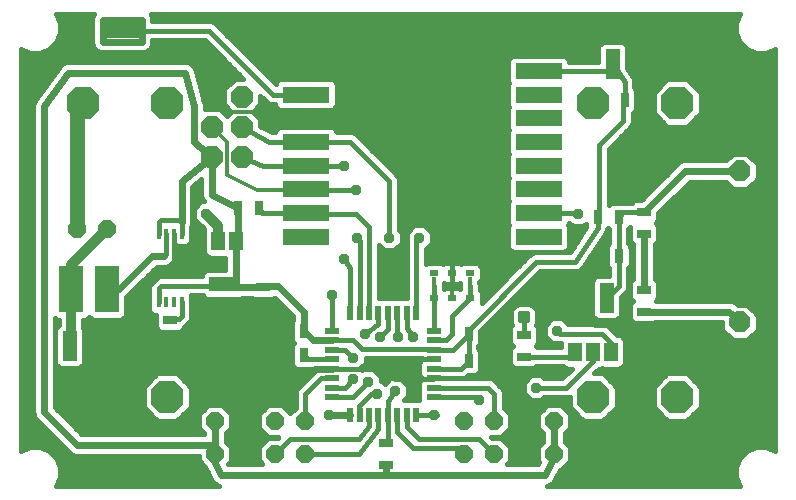
<source format=gtl>
G75*
%MOIN*%
%OFA0B0*%
%FSLAX25Y25*%
%IPPOS*%
%LPD*%
%AMOC8*
5,1,8,0,0,1.08239X$1,22.5*
%
%ADD10R,0.15748X0.05512*%
%ADD11R,0.04724X0.09843*%
%ADD12R,0.09843X0.04724*%
%ADD13R,0.07874X0.15748*%
%ADD14R,0.01575X0.03543*%
%ADD15R,0.04724X0.03150*%
%ADD16R,0.03150X0.04724*%
%ADD17OC8,0.06000*%
%ADD18R,0.04600X0.06300*%
%ADD19OC8,0.10950*%
%ADD20R,0.01575X0.06299*%
%ADD21R,0.03150X0.01969*%
%ADD22OC8,0.07400*%
%ADD23C,0.02362*%
%ADD24OC8,0.07000*%
%ADD25R,0.05000X0.02200*%
%ADD26R,0.02200X0.05000*%
%ADD27C,0.01181*%
%ADD28C,0.01600*%
%ADD29C,0.01200*%
%ADD30C,0.03200*%
%ADD31OC8,0.03562*%
%ADD32C,0.02400*%
%ADD33C,0.01800*%
%ADD34C,0.05000*%
D10*
X0100020Y0088241D03*
X0100020Y0096115D03*
X0100020Y0103989D03*
X0100020Y0111863D03*
X0100020Y0119737D03*
X0100020Y0127611D03*
X0100020Y0135485D03*
X0100020Y0143359D03*
X0177580Y0143359D03*
X0177580Y0135485D03*
X0177580Y0127611D03*
X0177580Y0119737D03*
X0177580Y0111863D03*
X0177580Y0103989D03*
X0177580Y0096115D03*
X0177580Y0088241D03*
D11*
X0187304Y0067800D03*
X0200296Y0067800D03*
X0202304Y0145800D03*
X0215296Y0145800D03*
X0034296Y0051800D03*
X0021304Y0051800D03*
D12*
X0072800Y0059304D03*
X0072800Y0072296D03*
D13*
X0033706Y0070800D03*
X0021894Y0070800D03*
D14*
X0050961Y0066383D03*
X0053520Y0066383D03*
X0056080Y0066383D03*
X0058639Y0066383D03*
X0058639Y0089217D03*
X0056080Y0089217D03*
X0053520Y0089217D03*
X0050961Y0089217D03*
D15*
X0085800Y0071343D03*
X0085800Y0064257D03*
X0054800Y0060343D03*
X0054800Y0053257D03*
X0126800Y0019343D03*
X0126800Y0012257D03*
X0172800Y0048257D03*
X0172800Y0055343D03*
X0212800Y0063257D03*
X0212800Y0070343D03*
X0212800Y0089257D03*
X0212800Y0096343D03*
D16*
X0204343Y0094800D03*
X0197257Y0094800D03*
X0197257Y0081800D03*
X0204343Y0081800D03*
X0161343Y0055800D03*
X0154257Y0055800D03*
X0154257Y0046800D03*
X0161343Y0046800D03*
X0099343Y0048800D03*
X0092257Y0048800D03*
X0092257Y0056800D03*
X0099343Y0056800D03*
X0084343Y0097800D03*
X0077257Y0097800D03*
X0206257Y0133800D03*
X0213343Y0133800D03*
D17*
X0182800Y0026800D03*
X0172800Y0026800D03*
X0162800Y0026800D03*
X0152800Y0026800D03*
X0152800Y0015800D03*
X0162800Y0015800D03*
X0172800Y0015800D03*
X0182800Y0015800D03*
X0099800Y0015800D03*
X0089800Y0015800D03*
X0079800Y0015800D03*
X0069800Y0015800D03*
X0069800Y0026800D03*
X0079800Y0026800D03*
X0089800Y0026800D03*
X0099800Y0026800D03*
X0033800Y0090800D03*
X0023800Y0090800D03*
D18*
X0070800Y0086800D03*
X0076800Y0086800D03*
X0189800Y0049800D03*
X0195800Y0049800D03*
X0201800Y0049800D03*
D19*
X0195800Y0034800D03*
X0223800Y0034800D03*
X0223800Y0132800D03*
X0195800Y0132800D03*
X0053800Y0132800D03*
X0025800Y0132800D03*
X0025800Y0034800D03*
X0053800Y0034800D03*
D20*
X0142894Y0071800D03*
X0148800Y0071800D03*
X0154706Y0071800D03*
D21*
X0154706Y0067666D03*
X0148800Y0067666D03*
X0142894Y0067666D03*
X0142894Y0075934D03*
X0148800Y0075934D03*
X0154706Y0075934D03*
D22*
X0078800Y0114800D03*
X0068800Y0114800D03*
X0068800Y0124800D03*
X0078800Y0124800D03*
X0078800Y0134800D03*
X0068800Y0134800D03*
D23*
X0045296Y0153257D02*
X0032304Y0153257D01*
X0032304Y0160343D01*
X0045296Y0160343D01*
X0045296Y0153257D01*
X0045296Y0155618D02*
X0032304Y0155618D01*
X0032304Y0157979D02*
X0045296Y0157979D01*
X0045296Y0160340D02*
X0032304Y0160340D01*
D24*
X0244800Y0109997D03*
X0244800Y0059603D03*
D25*
X0142700Y0056824D03*
X0142700Y0053674D03*
X0142700Y0050524D03*
X0142700Y0047375D03*
X0142700Y0044225D03*
X0142700Y0041076D03*
X0142700Y0037926D03*
X0142700Y0034776D03*
X0108900Y0034776D03*
X0108900Y0037926D03*
X0108900Y0041076D03*
X0108900Y0044225D03*
X0108900Y0047375D03*
X0108900Y0050524D03*
X0108900Y0053674D03*
X0108900Y0056824D03*
D26*
X0114776Y0062700D03*
X0117926Y0062700D03*
X0121076Y0062700D03*
X0124225Y0062700D03*
X0127375Y0062700D03*
X0130524Y0062700D03*
X0133674Y0062700D03*
X0136824Y0062700D03*
X0136824Y0028900D03*
X0133674Y0028900D03*
X0130524Y0028900D03*
X0127375Y0028900D03*
X0124225Y0028900D03*
X0121076Y0028900D03*
X0117926Y0028900D03*
X0114776Y0028900D03*
D27*
X0171422Y0059969D02*
X0174178Y0059969D01*
X0171422Y0059969D02*
X0171422Y0062725D01*
X0174178Y0062725D01*
X0174178Y0059969D01*
X0174178Y0061149D02*
X0171422Y0061149D01*
X0171422Y0062329D02*
X0174178Y0062329D01*
X0174178Y0066875D02*
X0171422Y0066875D01*
X0171422Y0069631D01*
X0174178Y0069631D01*
X0174178Y0066875D01*
X0174178Y0068055D02*
X0171422Y0068055D01*
X0171422Y0069235D02*
X0174178Y0069235D01*
D28*
X0018112Y0008147D02*
X0016891Y0005200D01*
X0071216Y0005200D01*
X0071216Y0005200D01*
X0071084Y0005200D01*
X0070540Y0005425D01*
X0069982Y0005611D01*
X0069883Y0005698D01*
X0069761Y0005748D01*
X0069345Y0006164D01*
X0068900Y0006550D01*
X0068841Y0006667D01*
X0068748Y0006761D01*
X0068523Y0007304D01*
X0066841Y0010667D01*
X0066748Y0010761D01*
X0066523Y0011304D01*
X0066387Y0011576D01*
X0064400Y0013563D01*
X0064400Y0015200D01*
X0023084Y0015200D01*
X0021761Y0015748D01*
X0020748Y0016761D01*
X0009748Y0027761D01*
X0009200Y0029084D01*
X0009200Y0131518D01*
X0009132Y0131946D01*
X0009200Y0132227D01*
X0009200Y0132516D01*
X0009366Y0132917D01*
X0009467Y0133338D01*
X0009637Y0133572D01*
X0009748Y0133839D01*
X0010055Y0134146D01*
X0017637Y0144572D01*
X0017748Y0144839D01*
X0018055Y0145146D01*
X0018310Y0145497D01*
X0018556Y0145647D01*
X0018761Y0145852D01*
X0019161Y0146018D01*
X0019531Y0146244D01*
X0019817Y0146289D01*
X0020084Y0146400D01*
X0020518Y0146400D01*
X0020946Y0146468D01*
X0021227Y0146400D01*
X0059318Y0146400D01*
X0059544Y0146462D01*
X0060028Y0146400D01*
X0060516Y0146400D01*
X0060732Y0146310D01*
X0060964Y0146281D01*
X0061388Y0146039D01*
X0061839Y0145852D01*
X0062005Y0145686D01*
X0062208Y0145570D01*
X0062507Y0145184D01*
X0062852Y0144839D01*
X0062941Y0144623D01*
X0063085Y0144438D01*
X0063213Y0143967D01*
X0063400Y0143516D01*
X0063400Y0143282D01*
X0066213Y0132967D01*
X0066400Y0132516D01*
X0066400Y0132282D01*
X0066462Y0132056D01*
X0066400Y0131572D01*
X0066400Y0130900D01*
X0071327Y0130900D01*
X0073800Y0128427D01*
X0075173Y0129800D01*
X0072700Y0132273D01*
X0072700Y0137327D01*
X0076273Y0140900D01*
X0079175Y0140900D01*
X0066475Y0153600D01*
X0048877Y0153600D01*
X0048877Y0152544D01*
X0048332Y0151228D01*
X0047325Y0150221D01*
X0046008Y0149676D01*
X0031592Y0149676D01*
X0030275Y0150221D01*
X0029268Y0151228D01*
X0028723Y0152544D01*
X0028723Y0161056D01*
X0029268Y0162372D01*
X0029296Y0162400D01*
X0016891Y0162400D01*
X0018112Y0159453D01*
X0018112Y0156147D01*
X0016846Y0153092D01*
X0014508Y0150754D01*
X0011453Y0149488D01*
X0008147Y0149488D01*
X0005200Y0150709D01*
X0005200Y0016891D01*
X0008147Y0018112D01*
X0011453Y0018112D01*
X0014508Y0016846D01*
X0016846Y0014508D01*
X0018112Y0011453D01*
X0018112Y0008147D01*
X0018112Y0008194D02*
X0068078Y0008194D01*
X0068877Y0006596D02*
X0017469Y0006596D01*
X0018112Y0009793D02*
X0067279Y0009793D01*
X0066480Y0011391D02*
X0018112Y0011391D01*
X0017475Y0012990D02*
X0064974Y0012990D01*
X0064400Y0014588D02*
X0016767Y0014588D01*
X0015168Y0016187D02*
X0021322Y0016187D01*
X0019724Y0017785D02*
X0012242Y0017785D01*
X0007358Y0017785D02*
X0005200Y0017785D01*
X0005200Y0019384D02*
X0018125Y0019384D01*
X0016527Y0020982D02*
X0005200Y0020982D01*
X0005200Y0022581D02*
X0014928Y0022581D01*
X0013330Y0024179D02*
X0005200Y0024179D01*
X0005200Y0025778D02*
X0011731Y0025778D01*
X0010133Y0027376D02*
X0005200Y0027376D01*
X0005200Y0028975D02*
X0009245Y0028975D01*
X0009200Y0030573D02*
X0005200Y0030573D01*
X0005200Y0032172D02*
X0009200Y0032172D01*
X0009200Y0033770D02*
X0005200Y0033770D01*
X0005200Y0035369D02*
X0009200Y0035369D01*
X0009200Y0036967D02*
X0005200Y0036967D01*
X0005200Y0038566D02*
X0009200Y0038566D01*
X0009200Y0040164D02*
X0005200Y0040164D01*
X0005200Y0041763D02*
X0009200Y0041763D01*
X0009200Y0043361D02*
X0005200Y0043361D01*
X0005200Y0044960D02*
X0009200Y0044960D01*
X0009200Y0046558D02*
X0005200Y0046558D01*
X0005200Y0048157D02*
X0009200Y0048157D01*
X0009200Y0049755D02*
X0005200Y0049755D01*
X0005200Y0051354D02*
X0009200Y0051354D01*
X0009200Y0052952D02*
X0005200Y0052952D01*
X0005200Y0054551D02*
X0009200Y0054551D01*
X0009200Y0056149D02*
X0005200Y0056149D01*
X0005200Y0057748D02*
X0009200Y0057748D01*
X0009200Y0059346D02*
X0005200Y0059346D01*
X0005200Y0060945D02*
X0009200Y0060945D01*
X0009200Y0062543D02*
X0005200Y0062543D01*
X0005200Y0064142D02*
X0009200Y0064142D01*
X0009200Y0065740D02*
X0005200Y0065740D01*
X0005200Y0067339D02*
X0009200Y0067339D01*
X0009200Y0068937D02*
X0005200Y0068937D01*
X0005200Y0070536D02*
X0009200Y0070536D01*
X0009200Y0072134D02*
X0005200Y0072134D01*
X0005200Y0073733D02*
X0009200Y0073733D01*
X0009200Y0075332D02*
X0005200Y0075332D01*
X0005200Y0076930D02*
X0009200Y0076930D01*
X0009200Y0078529D02*
X0005200Y0078529D01*
X0005200Y0080127D02*
X0009200Y0080127D01*
X0009200Y0081726D02*
X0005200Y0081726D01*
X0005200Y0083324D02*
X0009200Y0083324D01*
X0009200Y0084923D02*
X0005200Y0084923D01*
X0005200Y0086521D02*
X0009200Y0086521D01*
X0009200Y0088120D02*
X0005200Y0088120D01*
X0005200Y0089718D02*
X0009200Y0089718D01*
X0009200Y0091317D02*
X0005200Y0091317D01*
X0005200Y0092915D02*
X0009200Y0092915D01*
X0009200Y0094514D02*
X0005200Y0094514D01*
X0005200Y0096112D02*
X0009200Y0096112D01*
X0009200Y0097711D02*
X0005200Y0097711D01*
X0005200Y0099309D02*
X0009200Y0099309D01*
X0009200Y0100908D02*
X0005200Y0100908D01*
X0005200Y0102506D02*
X0009200Y0102506D01*
X0009200Y0104105D02*
X0005200Y0104105D01*
X0005200Y0105703D02*
X0009200Y0105703D01*
X0009200Y0107302D02*
X0005200Y0107302D01*
X0005200Y0108900D02*
X0009200Y0108900D01*
X0009200Y0110499D02*
X0005200Y0110499D01*
X0005200Y0112097D02*
X0009200Y0112097D01*
X0009200Y0113696D02*
X0005200Y0113696D01*
X0005200Y0115294D02*
X0009200Y0115294D01*
X0009200Y0116893D02*
X0005200Y0116893D01*
X0005200Y0118491D02*
X0009200Y0118491D01*
X0009200Y0120090D02*
X0005200Y0120090D01*
X0005200Y0121688D02*
X0009200Y0121688D01*
X0009200Y0123287D02*
X0005200Y0123287D01*
X0005200Y0124885D02*
X0009200Y0124885D01*
X0009200Y0126484D02*
X0005200Y0126484D01*
X0005200Y0128082D02*
X0009200Y0128082D01*
X0009200Y0129681D02*
X0005200Y0129681D01*
X0005200Y0131279D02*
X0009200Y0131279D01*
X0009350Y0132878D02*
X0005200Y0132878D01*
X0005200Y0134476D02*
X0010295Y0134476D01*
X0011458Y0136075D02*
X0005200Y0136075D01*
X0005200Y0137673D02*
X0012620Y0137673D01*
X0013783Y0139272D02*
X0005200Y0139272D01*
X0005200Y0140870D02*
X0014945Y0140870D01*
X0016108Y0142469D02*
X0005200Y0142469D01*
X0005200Y0144068D02*
X0017270Y0144068D01*
X0018575Y0145666D02*
X0005200Y0145666D01*
X0005200Y0147265D02*
X0072810Y0147265D01*
X0071211Y0148863D02*
X0005200Y0148863D01*
X0005200Y0150462D02*
X0005797Y0150462D01*
X0013803Y0150462D02*
X0030035Y0150462D01*
X0028923Y0152060D02*
X0015815Y0152060D01*
X0017081Y0153659D02*
X0028723Y0153659D01*
X0028723Y0155257D02*
X0017743Y0155257D01*
X0018112Y0156856D02*
X0028723Y0156856D01*
X0028723Y0158454D02*
X0018112Y0158454D01*
X0017864Y0160053D02*
X0028723Y0160053D01*
X0028970Y0161651D02*
X0017201Y0161651D01*
X0038800Y0156800D02*
X0067800Y0156800D01*
X0089115Y0135485D01*
X0100020Y0135485D01*
X0091669Y0130329D02*
X0108372Y0130329D01*
X0109254Y0130695D01*
X0109929Y0131370D01*
X0110294Y0132252D01*
X0110294Y0138718D01*
X0109929Y0139600D01*
X0109254Y0140276D01*
X0108372Y0140641D01*
X0091669Y0140641D01*
X0090787Y0140276D01*
X0090112Y0139600D01*
X0089940Y0139185D01*
X0070513Y0158613D01*
X0069613Y0159513D01*
X0068437Y0160000D01*
X0048877Y0160000D01*
X0048877Y0161056D01*
X0048332Y0162372D01*
X0048304Y0162400D01*
X0244709Y0162400D01*
X0243488Y0159453D01*
X0243488Y0156147D01*
X0244754Y0153092D01*
X0247092Y0150754D01*
X0250147Y0149488D01*
X0253453Y0149488D01*
X0256400Y0150709D01*
X0256400Y0016891D01*
X0253453Y0018112D01*
X0250147Y0018112D01*
X0247092Y0016846D01*
X0244754Y0014508D01*
X0243488Y0011453D01*
X0243488Y0008147D01*
X0244709Y0005200D01*
X0180384Y0005200D01*
X0180384Y0005200D01*
X0180516Y0005200D01*
X0181060Y0005425D01*
X0181618Y0005611D01*
X0181717Y0005698D01*
X0181839Y0005748D01*
X0182255Y0006164D01*
X0182700Y0006550D01*
X0182759Y0006667D01*
X0182852Y0006761D01*
X0183077Y0007304D01*
X0184625Y0010400D01*
X0185037Y0010400D01*
X0188200Y0013563D01*
X0188200Y0018037D01*
X0186400Y0019837D01*
X0186400Y0022763D01*
X0188200Y0024563D01*
X0188200Y0029037D01*
X0185037Y0032200D01*
X0180563Y0032200D01*
X0177400Y0029037D01*
X0177400Y0024563D01*
X0179200Y0022763D01*
X0179200Y0019837D01*
X0177400Y0018037D01*
X0177400Y0013563D01*
X0177904Y0013059D01*
X0177575Y0012400D01*
X0167037Y0012400D01*
X0168200Y0013563D01*
X0168200Y0018037D01*
X0165037Y0021200D01*
X0161925Y0021200D01*
X0161725Y0021400D01*
X0165037Y0021400D01*
X0168200Y0024563D01*
X0168200Y0029037D01*
X0166000Y0031237D01*
X0166000Y0036437D01*
X0165513Y0037613D01*
X0164613Y0038513D01*
X0162487Y0040639D01*
X0161311Y0041126D01*
X0152562Y0041126D01*
X0153495Y0041512D01*
X0154020Y0042038D01*
X0156309Y0042038D01*
X0157191Y0042403D01*
X0157866Y0043078D01*
X0158231Y0043960D01*
X0158231Y0049640D01*
X0157866Y0050522D01*
X0157457Y0050931D01*
X0157457Y0051669D01*
X0157866Y0052078D01*
X0158231Y0052960D01*
X0158231Y0056706D01*
X0178125Y0076600D01*
X0189504Y0076600D01*
X0189839Y0076538D01*
X0190135Y0076600D01*
X0190437Y0076600D01*
X0190751Y0076730D01*
X0191085Y0076801D01*
X0191334Y0076972D01*
X0191613Y0077087D01*
X0191854Y0077328D01*
X0192135Y0077521D01*
X0192299Y0077774D01*
X0192513Y0077987D01*
X0192643Y0078302D01*
X0199756Y0089231D01*
X0199970Y0089444D01*
X0200100Y0089759D01*
X0200286Y0090045D01*
X0200341Y0090341D01*
X0200457Y0090620D01*
X0200457Y0090669D01*
X0200800Y0091012D01*
X0201143Y0090669D01*
X0201143Y0085931D01*
X0200734Y0085522D01*
X0200369Y0084640D01*
X0200369Y0078960D01*
X0200734Y0078078D01*
X0201143Y0077669D01*
X0201143Y0075121D01*
X0197456Y0075121D01*
X0196574Y0074756D01*
X0195899Y0074081D01*
X0195534Y0073199D01*
X0195534Y0062401D01*
X0195899Y0061519D01*
X0196574Y0060844D01*
X0197456Y0060479D01*
X0203136Y0060479D01*
X0204018Y0060844D01*
X0204693Y0061519D01*
X0205058Y0062401D01*
X0205058Y0068037D01*
X0207056Y0070035D01*
X0207543Y0071211D01*
X0207543Y0077669D01*
X0207953Y0078078D01*
X0208318Y0078960D01*
X0208318Y0084640D01*
X0207953Y0085522D01*
X0207543Y0085931D01*
X0207543Y0090669D01*
X0207953Y0091078D01*
X0208038Y0091284D01*
X0208038Y0087204D01*
X0208403Y0086322D01*
X0209078Y0085647D01*
X0209200Y0085597D01*
X0209200Y0074003D01*
X0209078Y0073953D01*
X0208403Y0073278D01*
X0208038Y0072395D01*
X0208038Y0068291D01*
X0208403Y0067409D01*
X0209012Y0066800D01*
X0208403Y0066191D01*
X0208038Y0065309D01*
X0208038Y0061204D01*
X0208403Y0060322D01*
X0209078Y0059647D01*
X0209960Y0059282D01*
X0215640Y0059282D01*
X0216522Y0059647D01*
X0216531Y0059657D01*
X0238900Y0059657D01*
X0238900Y0057159D01*
X0242356Y0053703D01*
X0247244Y0053703D01*
X0250700Y0057159D01*
X0250700Y0062047D01*
X0247244Y0065503D01*
X0243991Y0065503D01*
X0243186Y0066309D01*
X0241863Y0066857D01*
X0216644Y0066857D01*
X0217197Y0067409D01*
X0217562Y0068291D01*
X0217562Y0072395D01*
X0217197Y0073278D01*
X0216522Y0073953D01*
X0216400Y0074003D01*
X0216400Y0085597D01*
X0216522Y0085647D01*
X0217197Y0086322D01*
X0217562Y0087204D01*
X0217562Y0091309D01*
X0217197Y0092191D01*
X0216588Y0092800D01*
X0217197Y0093409D01*
X0217562Y0094291D01*
X0217562Y0096014D01*
X0227945Y0106397D01*
X0240056Y0106397D01*
X0242356Y0104097D01*
X0247244Y0104097D01*
X0250700Y0107553D01*
X0250700Y0112441D01*
X0247244Y0115897D01*
X0242356Y0115897D01*
X0240056Y0113597D01*
X0225737Y0113597D01*
X0224414Y0113049D01*
X0223402Y0112036D01*
X0211684Y0100318D01*
X0209960Y0100318D01*
X0209078Y0099953D01*
X0208669Y0099543D01*
X0206441Y0099543D01*
X0206395Y0099562D01*
X0202291Y0099562D01*
X0201409Y0099197D01*
X0201000Y0098788D01*
X0201000Y0117475D01*
X0207613Y0124087D01*
X0208513Y0124987D01*
X0209000Y0126163D01*
X0209000Y0129324D01*
X0209191Y0129403D01*
X0209866Y0130078D01*
X0210231Y0130960D01*
X0210231Y0136640D01*
X0209866Y0137522D01*
X0209457Y0137931D01*
X0209457Y0139527D01*
X0209519Y0139838D01*
X0209457Y0140158D01*
X0209457Y0140484D01*
X0209335Y0140776D01*
X0209275Y0141087D01*
X0209094Y0141359D01*
X0208970Y0141660D01*
X0208746Y0141884D01*
X0207066Y0144413D01*
X0207066Y0151199D01*
X0206701Y0152081D01*
X0206026Y0152756D01*
X0205144Y0153121D01*
X0199464Y0153121D01*
X0198582Y0152756D01*
X0197907Y0152081D01*
X0197542Y0151199D01*
X0197542Y0146559D01*
X0187854Y0146559D01*
X0187854Y0146592D01*
X0187488Y0147474D01*
X0186813Y0148150D01*
X0185931Y0148515D01*
X0169228Y0148515D01*
X0168346Y0148150D01*
X0167671Y0147474D01*
X0167306Y0146592D01*
X0167306Y0140126D01*
X0167597Y0139422D01*
X0167306Y0138718D01*
X0167306Y0132252D01*
X0167597Y0131548D01*
X0167306Y0130844D01*
X0167306Y0124378D01*
X0167597Y0123674D01*
X0167306Y0122970D01*
X0167306Y0116504D01*
X0167597Y0115800D01*
X0167306Y0115096D01*
X0167306Y0108630D01*
X0167597Y0107926D01*
X0167306Y0107222D01*
X0167306Y0100756D01*
X0167597Y0100052D01*
X0167306Y0099348D01*
X0167306Y0092882D01*
X0167597Y0092178D01*
X0167306Y0091474D01*
X0167306Y0085008D01*
X0167671Y0084126D01*
X0168346Y0083450D01*
X0169228Y0083085D01*
X0185931Y0083085D01*
X0186813Y0083450D01*
X0187488Y0084126D01*
X0187854Y0085008D01*
X0187854Y0091474D01*
X0187562Y0092178D01*
X0187839Y0092848D01*
X0189068Y0091619D01*
X0192532Y0091619D01*
X0193282Y0092369D01*
X0193282Y0091960D01*
X0193521Y0091383D01*
X0188065Y0083000D01*
X0176163Y0083000D01*
X0174987Y0082513D01*
X0174087Y0081613D01*
X0174087Y0081613D01*
X0158680Y0066206D01*
X0158680Y0069128D01*
X0158315Y0070010D01*
X0158000Y0070325D01*
X0158000Y0072342D01*
X0157893Y0072601D01*
X0157893Y0073168D01*
X0158315Y0073590D01*
X0158680Y0074472D01*
X0158680Y0077395D01*
X0158315Y0078278D01*
X0157640Y0078953D01*
X0156758Y0079318D01*
X0152653Y0079318D01*
X0151771Y0078953D01*
X0151753Y0078934D01*
X0151734Y0078953D01*
X0150852Y0079318D01*
X0146748Y0079318D01*
X0145866Y0078953D01*
X0145847Y0078934D01*
X0145829Y0078953D01*
X0144947Y0079318D01*
X0140842Y0079318D01*
X0140024Y0078979D01*
X0140024Y0084111D01*
X0141981Y0086068D01*
X0141981Y0089532D01*
X0139532Y0091981D01*
X0136068Y0091981D01*
X0133619Y0089532D01*
X0133619Y0086068D01*
X0133624Y0086063D01*
X0133624Y0067600D01*
X0124276Y0067600D01*
X0124276Y0085411D01*
X0126068Y0083619D01*
X0129532Y0083619D01*
X0131981Y0086068D01*
X0131981Y0089532D01*
X0131000Y0090513D01*
X0131000Y0107437D01*
X0130513Y0108613D01*
X0116676Y0122450D01*
X0115500Y0122937D01*
X0110294Y0122937D01*
X0110294Y0122970D01*
X0109929Y0123852D01*
X0109254Y0124528D01*
X0108372Y0124893D01*
X0091669Y0124893D01*
X0090787Y0124528D01*
X0090112Y0123852D01*
X0089759Y0123000D01*
X0088629Y0123000D01*
X0084900Y0125072D01*
X0084900Y0127327D01*
X0082427Y0129800D01*
X0084900Y0132273D01*
X0084900Y0135175D01*
X0087302Y0132772D01*
X0088478Y0132285D01*
X0089746Y0132285D01*
X0089746Y0132252D01*
X0090112Y0131370D01*
X0090787Y0130695D01*
X0091669Y0130329D01*
X0090202Y0131279D02*
X0083906Y0131279D01*
X0084900Y0132878D02*
X0087197Y0132878D01*
X0085598Y0134476D02*
X0084900Y0134476D01*
X0082546Y0129681D02*
X0167306Y0129681D01*
X0167306Y0128082D02*
X0084144Y0128082D01*
X0084900Y0126484D02*
X0167306Y0126484D01*
X0167306Y0124885D02*
X0108390Y0124885D01*
X0110163Y0123287D02*
X0167437Y0123287D01*
X0167306Y0121688D02*
X0117437Y0121688D01*
X0119036Y0120090D02*
X0167306Y0120090D01*
X0167306Y0118491D02*
X0120634Y0118491D01*
X0122233Y0116893D02*
X0167306Y0116893D01*
X0167388Y0115294D02*
X0123831Y0115294D01*
X0125430Y0113696D02*
X0167306Y0113696D01*
X0167306Y0112097D02*
X0127028Y0112097D01*
X0128627Y0110499D02*
X0167306Y0110499D01*
X0167306Y0108900D02*
X0130225Y0108900D01*
X0131000Y0107302D02*
X0167338Y0107302D01*
X0167306Y0105703D02*
X0131000Y0105703D01*
X0131000Y0104105D02*
X0167306Y0104105D01*
X0167306Y0102506D02*
X0131000Y0102506D01*
X0131000Y0100908D02*
X0167306Y0100908D01*
X0167306Y0099309D02*
X0131000Y0099309D01*
X0131000Y0097711D02*
X0167306Y0097711D01*
X0167306Y0096112D02*
X0131000Y0096112D01*
X0131000Y0094514D02*
X0167306Y0094514D01*
X0167306Y0092915D02*
X0131000Y0092915D01*
X0131000Y0091317D02*
X0135404Y0091317D01*
X0133805Y0089718D02*
X0131795Y0089718D01*
X0131981Y0088120D02*
X0133619Y0088120D01*
X0133619Y0086521D02*
X0131981Y0086521D01*
X0130836Y0084923D02*
X0133624Y0084923D01*
X0133624Y0083324D02*
X0124276Y0083324D01*
X0124276Y0081726D02*
X0133624Y0081726D01*
X0133624Y0080127D02*
X0124276Y0080127D01*
X0124276Y0078529D02*
X0133624Y0078529D01*
X0133624Y0076930D02*
X0124276Y0076930D01*
X0124276Y0075332D02*
X0133624Y0075332D01*
X0133624Y0073733D02*
X0124276Y0073733D01*
X0124276Y0072134D02*
X0133624Y0072134D01*
X0133624Y0070536D02*
X0124276Y0070536D01*
X0124276Y0068937D02*
X0133624Y0068937D01*
X0142700Y0071606D02*
X0142894Y0071800D01*
X0142700Y0071606D02*
X0142700Y0056824D01*
X0142700Y0053674D02*
X0146674Y0053674D01*
X0148800Y0055800D01*
X0148800Y0061800D01*
X0154800Y0067800D01*
X0154800Y0071706D01*
X0154706Y0071800D01*
X0158000Y0072134D02*
X0164609Y0072134D01*
X0163011Y0070536D02*
X0158000Y0070536D01*
X0158680Y0068937D02*
X0161412Y0068937D01*
X0159813Y0067339D02*
X0158680Y0067339D01*
X0158374Y0073733D02*
X0166208Y0073733D01*
X0167806Y0075332D02*
X0158680Y0075332D01*
X0158680Y0076930D02*
X0169405Y0076930D01*
X0171003Y0078529D02*
X0158064Y0078529D01*
X0151518Y0072825D02*
X0151518Y0072467D01*
X0151506Y0072437D01*
X0151506Y0071163D01*
X0151518Y0071133D01*
X0151518Y0070775D01*
X0150852Y0071050D01*
X0146748Y0071050D01*
X0146082Y0070775D01*
X0146082Y0071133D01*
X0146094Y0071163D01*
X0146094Y0072437D01*
X0146082Y0072467D01*
X0146082Y0072825D01*
X0146748Y0072550D01*
X0150852Y0072550D01*
X0151518Y0072825D01*
X0151506Y0072134D02*
X0146094Y0072134D01*
X0148800Y0071800D02*
X0148800Y0108800D01*
X0143800Y0108800D01*
X0148800Y0108800D02*
X0148800Y0126800D01*
X0148800Y0143800D01*
X0158800Y0153800D01*
X0213800Y0153800D01*
X0215296Y0153304D01*
X0215296Y0145800D01*
X0213343Y0143847D01*
X0213343Y0133800D01*
X0215925Y0134476D02*
X0210231Y0134476D01*
X0210231Y0132878D02*
X0215925Y0132878D01*
X0215925Y0131279D02*
X0210231Y0131279D01*
X0209469Y0129681D02*
X0215925Y0129681D01*
X0215925Y0129538D02*
X0220538Y0124925D01*
X0227062Y0124925D01*
X0231675Y0129538D01*
X0231675Y0136062D01*
X0227062Y0140675D01*
X0220538Y0140675D01*
X0215925Y0136062D01*
X0215925Y0129538D01*
X0217381Y0128082D02*
X0209000Y0128082D01*
X0209000Y0126484D02*
X0218979Y0126484D01*
X0228621Y0126484D02*
X0256400Y0126484D01*
X0256400Y0128082D02*
X0230219Y0128082D01*
X0231675Y0129681D02*
X0256400Y0129681D01*
X0256400Y0131279D02*
X0231675Y0131279D01*
X0231675Y0132878D02*
X0256400Y0132878D01*
X0256400Y0134476D02*
X0231675Y0134476D01*
X0231662Y0136075D02*
X0256400Y0136075D01*
X0256400Y0137673D02*
X0230063Y0137673D01*
X0228465Y0139272D02*
X0256400Y0139272D01*
X0256400Y0140870D02*
X0209317Y0140870D01*
X0209457Y0139272D02*
X0219135Y0139272D01*
X0217537Y0137673D02*
X0209714Y0137673D01*
X0210231Y0136075D02*
X0215938Y0136075D01*
X0208357Y0142469D02*
X0256400Y0142469D01*
X0256400Y0144068D02*
X0207296Y0144068D01*
X0207066Y0145666D02*
X0256400Y0145666D01*
X0256400Y0147265D02*
X0207066Y0147265D01*
X0207066Y0148863D02*
X0256400Y0148863D01*
X0256400Y0150462D02*
X0255803Y0150462D01*
X0247797Y0150462D02*
X0207066Y0150462D01*
X0206709Y0152060D02*
X0245785Y0152060D01*
X0244519Y0153659D02*
X0075467Y0153659D01*
X0073868Y0155257D02*
X0243857Y0155257D01*
X0243488Y0156856D02*
X0072270Y0156856D01*
X0070671Y0158454D02*
X0243488Y0158454D01*
X0243736Y0160053D02*
X0048877Y0160053D01*
X0048630Y0161651D02*
X0244399Y0161651D01*
X0221800Y0153800D02*
X0255800Y0119800D01*
X0255800Y0055800D01*
X0251800Y0051800D01*
X0226800Y0052800D01*
X0215800Y0058800D01*
X0196304Y0058800D01*
X0187304Y0067800D01*
X0187800Y0065304D01*
X0187304Y0067800D02*
X0184851Y0068253D01*
X0172800Y0068253D01*
X0171253Y0068253D01*
X0161800Y0058800D01*
X0161800Y0056257D01*
X0161343Y0055800D01*
X0161343Y0046800D01*
X0160800Y0046257D01*
X0160800Y0044800D01*
X0172800Y0032800D01*
X0172800Y0026800D01*
X0172800Y0015800D01*
X0168200Y0016187D02*
X0177400Y0016187D01*
X0177400Y0017785D02*
X0168200Y0017785D01*
X0166853Y0019384D02*
X0178747Y0019384D01*
X0179200Y0020982D02*
X0165255Y0020982D01*
X0166217Y0022581D02*
X0179200Y0022581D01*
X0177784Y0024179D02*
X0167816Y0024179D01*
X0168200Y0025778D02*
X0177400Y0025778D01*
X0177400Y0027376D02*
X0168200Y0027376D01*
X0168200Y0028975D02*
X0177400Y0028975D01*
X0178936Y0030573D02*
X0166664Y0030573D01*
X0166000Y0032172D02*
X0180535Y0032172D01*
X0178683Y0033770D02*
X0187925Y0033770D01*
X0187437Y0034600D02*
X0187925Y0034802D01*
X0187925Y0031538D01*
X0192538Y0026925D01*
X0199062Y0026925D01*
X0203675Y0031538D01*
X0203675Y0038062D01*
X0199062Y0042675D01*
X0196200Y0042675D01*
X0197613Y0044087D01*
X0197775Y0044250D01*
X0198577Y0044250D01*
X0198800Y0044342D01*
X0199023Y0044250D01*
X0204577Y0044250D01*
X0205459Y0044615D01*
X0206135Y0045291D01*
X0206500Y0046173D01*
X0206500Y0053427D01*
X0206135Y0054309D01*
X0205459Y0054985D01*
X0204577Y0055350D01*
X0203775Y0055350D01*
X0201513Y0057613D01*
X0200613Y0058513D01*
X0199437Y0059000D01*
X0187513Y0059000D01*
X0185532Y0060981D01*
X0182068Y0060981D01*
X0179619Y0058532D01*
X0179619Y0055068D01*
X0182068Y0052619D01*
X0184118Y0052619D01*
X0184163Y0052600D01*
X0185100Y0052600D01*
X0185100Y0051457D01*
X0176931Y0051457D01*
X0176588Y0051800D01*
X0177197Y0052409D01*
X0177562Y0053291D01*
X0177562Y0057395D01*
X0177197Y0058278D01*
X0176856Y0058619D01*
X0177168Y0059374D01*
X0177168Y0063320D01*
X0176713Y0064419D01*
X0175872Y0065260D01*
X0174773Y0065716D01*
X0170827Y0065716D01*
X0169728Y0065260D01*
X0168887Y0064419D01*
X0168431Y0063320D01*
X0168431Y0059374D01*
X0168744Y0058619D01*
X0168403Y0058278D01*
X0168038Y0057395D01*
X0168038Y0053291D01*
X0168403Y0052409D01*
X0169012Y0051800D01*
X0168403Y0051191D01*
X0168038Y0050309D01*
X0168038Y0046204D01*
X0168403Y0045322D01*
X0169078Y0044647D01*
X0169960Y0044282D01*
X0175640Y0044282D01*
X0176522Y0044647D01*
X0176931Y0045057D01*
X0185699Y0045057D01*
X0186141Y0044615D01*
X0187023Y0044250D01*
X0188725Y0044250D01*
X0185475Y0041000D01*
X0179513Y0041000D01*
X0178532Y0041981D01*
X0175068Y0041981D01*
X0172619Y0039532D01*
X0172619Y0036068D01*
X0175068Y0033619D01*
X0178532Y0033619D01*
X0179513Y0034600D01*
X0187437Y0034600D01*
X0187925Y0032172D02*
X0185065Y0032172D01*
X0186664Y0030573D02*
X0188890Y0030573D01*
X0188200Y0028975D02*
X0190488Y0028975D01*
X0192087Y0027376D02*
X0188200Y0027376D01*
X0188200Y0025778D02*
X0256400Y0025778D01*
X0256400Y0027376D02*
X0227513Y0027376D01*
X0227062Y0026925D02*
X0231675Y0031538D01*
X0231675Y0038062D01*
X0227062Y0042675D01*
X0220538Y0042675D01*
X0215925Y0038062D01*
X0215925Y0031538D01*
X0220538Y0026925D01*
X0227062Y0026925D01*
X0229112Y0028975D02*
X0256400Y0028975D01*
X0256400Y0030573D02*
X0230710Y0030573D01*
X0231675Y0032172D02*
X0256400Y0032172D01*
X0256400Y0033770D02*
X0231675Y0033770D01*
X0231675Y0035369D02*
X0256400Y0035369D01*
X0256400Y0036967D02*
X0231675Y0036967D01*
X0231171Y0038566D02*
X0256400Y0038566D01*
X0256400Y0040164D02*
X0229573Y0040164D01*
X0227974Y0041763D02*
X0256400Y0041763D01*
X0256400Y0043361D02*
X0196887Y0043361D01*
X0199974Y0041763D02*
X0219626Y0041763D01*
X0218027Y0040164D02*
X0201573Y0040164D01*
X0203171Y0038566D02*
X0216429Y0038566D01*
X0215925Y0036967D02*
X0203675Y0036967D01*
X0203675Y0035369D02*
X0215925Y0035369D01*
X0215925Y0033770D02*
X0203675Y0033770D01*
X0203675Y0032172D02*
X0215925Y0032172D01*
X0216890Y0030573D02*
X0202710Y0030573D01*
X0201112Y0028975D02*
X0218488Y0028975D01*
X0220087Y0027376D02*
X0199513Y0027376D01*
X0187816Y0024179D02*
X0256400Y0024179D01*
X0256400Y0022581D02*
X0186400Y0022581D01*
X0186400Y0020982D02*
X0256400Y0020982D01*
X0256400Y0019384D02*
X0186853Y0019384D01*
X0188200Y0017785D02*
X0249358Y0017785D01*
X0246432Y0016187D02*
X0188200Y0016187D01*
X0188200Y0014588D02*
X0244833Y0014588D01*
X0244125Y0012990D02*
X0187626Y0012990D01*
X0186028Y0011391D02*
X0243488Y0011391D01*
X0243488Y0009793D02*
X0184321Y0009793D01*
X0183522Y0008194D02*
X0243488Y0008194D01*
X0244131Y0006596D02*
X0182723Y0006596D01*
X0177870Y0012990D02*
X0167626Y0012990D01*
X0168200Y0014588D02*
X0177400Y0014588D01*
X0162800Y0015800D02*
X0157800Y0020800D01*
X0137800Y0020800D01*
X0133674Y0024926D01*
X0133674Y0028900D01*
X0136824Y0028900D02*
X0136824Y0028776D01*
X0143776Y0028776D01*
X0142800Y0028800D01*
X0142700Y0034776D02*
X0156824Y0034776D01*
X0157800Y0033800D01*
X0160674Y0037926D02*
X0162800Y0035800D01*
X0162800Y0026800D01*
X0166000Y0033770D02*
X0174917Y0033770D01*
X0173318Y0035369D02*
X0166000Y0035369D01*
X0165780Y0036967D02*
X0172619Y0036967D01*
X0172619Y0038566D02*
X0164560Y0038566D01*
X0162961Y0040164D02*
X0173251Y0040164D01*
X0174850Y0041763D02*
X0153745Y0041763D01*
X0151682Y0044225D02*
X0154257Y0046800D01*
X0154257Y0055800D01*
X0154257Y0057257D01*
X0176800Y0079800D01*
X0189800Y0079800D01*
X0197257Y0091257D01*
X0197257Y0094800D01*
X0197800Y0095343D01*
X0197800Y0118800D01*
X0205800Y0126800D01*
X0205800Y0133343D01*
X0206257Y0133800D01*
X0206257Y0139847D01*
X0202304Y0145800D01*
X0200863Y0143359D01*
X0177580Y0143359D01*
X0167584Y0147265D02*
X0081861Y0147265D01*
X0080262Y0148863D02*
X0197542Y0148863D01*
X0197542Y0147265D02*
X0187575Y0147265D01*
X0197542Y0150462D02*
X0078664Y0150462D01*
X0077065Y0152060D02*
X0197899Y0152060D01*
X0213800Y0153800D02*
X0221800Y0153800D01*
X0208411Y0124885D02*
X0256400Y0124885D01*
X0256400Y0123287D02*
X0206812Y0123287D01*
X0205214Y0121688D02*
X0256400Y0121688D01*
X0256400Y0120090D02*
X0203615Y0120090D01*
X0202017Y0118491D02*
X0256400Y0118491D01*
X0256400Y0116893D02*
X0201000Y0116893D01*
X0201000Y0115294D02*
X0241754Y0115294D01*
X0240155Y0113696D02*
X0201000Y0113696D01*
X0201000Y0112097D02*
X0223463Y0112097D01*
X0223402Y0112036D02*
X0223402Y0112036D01*
X0221864Y0110499D02*
X0201000Y0110499D01*
X0201000Y0108900D02*
X0220266Y0108900D01*
X0218667Y0107302D02*
X0201000Y0107302D01*
X0201000Y0105703D02*
X0217069Y0105703D01*
X0215470Y0104105D02*
X0201000Y0104105D01*
X0201000Y0102506D02*
X0213872Y0102506D01*
X0212273Y0100908D02*
X0201000Y0100908D01*
X0201000Y0099309D02*
X0201680Y0099309D01*
X0205887Y0096343D02*
X0204343Y0094800D01*
X0204343Y0081800D01*
X0204343Y0071847D01*
X0200296Y0067800D01*
X0195534Y0067339D02*
X0168864Y0067339D01*
X0167266Y0065740D02*
X0195534Y0065740D01*
X0195534Y0064142D02*
X0176828Y0064142D01*
X0177168Y0062543D02*
X0195534Y0062543D01*
X0196474Y0060945D02*
X0185568Y0060945D01*
X0187167Y0059346D02*
X0209805Y0059346D01*
X0208145Y0060945D02*
X0204119Y0060945D01*
X0205058Y0062543D02*
X0208038Y0062543D01*
X0208038Y0064142D02*
X0205058Y0064142D01*
X0205058Y0065740D02*
X0208217Y0065740D01*
X0208473Y0067339D02*
X0205058Y0067339D01*
X0205959Y0068937D02*
X0208038Y0068937D01*
X0208038Y0070536D02*
X0207264Y0070536D01*
X0207543Y0072134D02*
X0208038Y0072134D01*
X0207543Y0073733D02*
X0208859Y0073733D01*
X0209200Y0075332D02*
X0207543Y0075332D01*
X0207543Y0076930D02*
X0209200Y0076930D01*
X0209200Y0078529D02*
X0208139Y0078529D01*
X0208318Y0080127D02*
X0209200Y0080127D01*
X0209200Y0081726D02*
X0208318Y0081726D01*
X0208318Y0083324D02*
X0209200Y0083324D01*
X0209200Y0084923D02*
X0208201Y0084923D01*
X0208321Y0086521D02*
X0207543Y0086521D01*
X0207543Y0088120D02*
X0208038Y0088120D01*
X0208038Y0089718D02*
X0207543Y0089718D01*
X0201143Y0089718D02*
X0200083Y0089718D01*
X0199033Y0088120D02*
X0201143Y0088120D01*
X0201143Y0086521D02*
X0197993Y0086521D01*
X0196952Y0084923D02*
X0200486Y0084923D01*
X0200369Y0083324D02*
X0195912Y0083324D01*
X0194871Y0081726D02*
X0200369Y0081726D01*
X0200369Y0080127D02*
X0193831Y0080127D01*
X0192791Y0078529D02*
X0200547Y0078529D01*
X0201143Y0076930D02*
X0191273Y0076930D01*
X0195755Y0073733D02*
X0175258Y0073733D01*
X0173660Y0072134D02*
X0195534Y0072134D01*
X0195534Y0070536D02*
X0172061Y0070536D01*
X0170463Y0068937D02*
X0195534Y0068937D01*
X0187304Y0067800D02*
X0197257Y0077753D01*
X0197257Y0081800D01*
X0190356Y0086521D02*
X0187854Y0086521D01*
X0187854Y0088120D02*
X0191397Y0088120D01*
X0192437Y0089718D02*
X0187854Y0089718D01*
X0187854Y0091317D02*
X0193478Y0091317D01*
X0190800Y0095800D02*
X0190485Y0096115D01*
X0177580Y0096115D01*
X0177265Y0095800D01*
X0167306Y0091317D02*
X0140196Y0091317D01*
X0141795Y0089718D02*
X0167306Y0089718D01*
X0167306Y0088120D02*
X0141981Y0088120D01*
X0141981Y0086521D02*
X0167306Y0086521D01*
X0167341Y0084923D02*
X0140836Y0084923D01*
X0140024Y0083324D02*
X0168651Y0083324D01*
X0172602Y0080127D02*
X0140024Y0080127D01*
X0140024Y0081726D02*
X0174200Y0081726D01*
X0176857Y0075332D02*
X0201143Y0075332D01*
X0188276Y0083324D02*
X0186508Y0083324D01*
X0187818Y0084923D02*
X0189316Y0084923D01*
X0205887Y0096343D02*
X0212800Y0096343D01*
X0217660Y0096112D02*
X0256400Y0096112D01*
X0256400Y0094514D02*
X0217562Y0094514D01*
X0216703Y0092915D02*
X0256400Y0092915D01*
X0256400Y0091317D02*
X0217559Y0091317D01*
X0217562Y0089718D02*
X0256400Y0089718D01*
X0256400Y0088120D02*
X0217562Y0088120D01*
X0217279Y0086521D02*
X0256400Y0086521D01*
X0256400Y0084923D02*
X0216400Y0084923D01*
X0216400Y0083324D02*
X0256400Y0083324D01*
X0256400Y0081726D02*
X0216400Y0081726D01*
X0216400Y0080127D02*
X0256400Y0080127D01*
X0256400Y0078529D02*
X0216400Y0078529D01*
X0216400Y0076930D02*
X0256400Y0076930D01*
X0256400Y0075332D02*
X0216400Y0075332D01*
X0216741Y0073733D02*
X0256400Y0073733D01*
X0256400Y0072134D02*
X0217562Y0072134D01*
X0217562Y0070536D02*
X0256400Y0070536D01*
X0256400Y0068937D02*
X0217562Y0068937D01*
X0217127Y0067339D02*
X0256400Y0067339D01*
X0256400Y0065740D02*
X0243754Y0065740D01*
X0248605Y0064142D02*
X0256400Y0064142D01*
X0256400Y0062543D02*
X0250204Y0062543D01*
X0250700Y0060945D02*
X0256400Y0060945D01*
X0256400Y0059346D02*
X0250700Y0059346D01*
X0250700Y0057748D02*
X0256400Y0057748D01*
X0256400Y0056149D02*
X0249690Y0056149D01*
X0248092Y0054551D02*
X0256400Y0054551D01*
X0256400Y0052952D02*
X0206500Y0052952D01*
X0206500Y0051354D02*
X0256400Y0051354D01*
X0256400Y0049755D02*
X0206500Y0049755D01*
X0206500Y0048157D02*
X0256400Y0048157D01*
X0256400Y0046558D02*
X0206500Y0046558D01*
X0205804Y0044960D02*
X0256400Y0044960D01*
X0241508Y0054551D02*
X0205893Y0054551D01*
X0202976Y0056149D02*
X0239910Y0056149D01*
X0238900Y0057748D02*
X0201378Y0057748D01*
X0198800Y0055800D02*
X0184800Y0055800D01*
X0183800Y0056800D01*
X0180433Y0059346D02*
X0177157Y0059346D01*
X0177168Y0060945D02*
X0182032Y0060945D01*
X0179619Y0057748D02*
X0177416Y0057748D01*
X0177562Y0056149D02*
X0179619Y0056149D01*
X0180136Y0054551D02*
X0177562Y0054551D01*
X0177422Y0052952D02*
X0181735Y0052952D01*
X0188257Y0048257D02*
X0172800Y0048257D01*
X0168038Y0048157D02*
X0158231Y0048157D01*
X0158231Y0046558D02*
X0168038Y0046558D01*
X0168766Y0044960D02*
X0158231Y0044960D01*
X0157983Y0043361D02*
X0187836Y0043361D01*
X0186237Y0041763D02*
X0178750Y0041763D01*
X0176834Y0044960D02*
X0185796Y0044960D01*
X0188257Y0048257D02*
X0189800Y0049800D01*
X0195800Y0049800D02*
X0195800Y0046800D01*
X0186800Y0037800D01*
X0176800Y0037800D01*
X0160674Y0037926D02*
X0142700Y0037926D01*
X0142424Y0040800D02*
X0142700Y0041076D01*
X0157076Y0041076D01*
X0160800Y0044800D01*
X0158184Y0049755D02*
X0168038Y0049755D01*
X0168566Y0051354D02*
X0157457Y0051354D01*
X0158228Y0052952D02*
X0168178Y0052952D01*
X0168038Y0054551D02*
X0158231Y0054551D01*
X0158231Y0056149D02*
X0168038Y0056149D01*
X0168184Y0057748D02*
X0159273Y0057748D01*
X0160872Y0059346D02*
X0168443Y0059346D01*
X0168431Y0060945D02*
X0162470Y0060945D01*
X0164069Y0062543D02*
X0168431Y0062543D01*
X0168772Y0064142D02*
X0165667Y0064142D01*
X0172800Y0061347D02*
X0172800Y0055343D01*
X0154257Y0055800D02*
X0154257Y0054257D01*
X0154257Y0055800D02*
X0148981Y0050524D01*
X0142700Y0050524D01*
X0142424Y0050800D01*
X0118800Y0050800D01*
X0115800Y0053800D01*
X0109026Y0053800D01*
X0108900Y0053674D01*
X0108900Y0056824D02*
X0108800Y0056924D01*
X0108800Y0068800D01*
X0114776Y0062700D02*
X0114776Y0077824D01*
X0112776Y0080824D01*
X0117926Y0086674D02*
X0116926Y0087674D01*
X0117926Y0086674D02*
X0117926Y0062700D01*
X0121076Y0062700D02*
X0121076Y0091524D01*
X0116800Y0095800D01*
X0100335Y0095800D01*
X0100020Y0096115D01*
X0085343Y0096115D01*
X0084343Y0097800D01*
X0100020Y0103989D02*
X0100209Y0103800D01*
X0116800Y0103800D01*
X0127800Y0106800D02*
X0114863Y0119737D01*
X0100020Y0119737D01*
X0099957Y0119800D01*
X0087800Y0119800D01*
X0078800Y0124800D01*
X0085236Y0124885D02*
X0091651Y0124885D01*
X0089878Y0123287D02*
X0088113Y0123287D01*
X0085737Y0111863D02*
X0078800Y0114800D01*
X0085737Y0111863D02*
X0100020Y0111863D01*
X0100083Y0111800D01*
X0112800Y0111800D01*
X0127800Y0106800D02*
X0127800Y0087800D01*
X0124764Y0084923D02*
X0124276Y0084923D01*
X0136824Y0086824D02*
X0137800Y0087800D01*
X0136824Y0086824D02*
X0136824Y0062700D01*
X0133674Y0062700D02*
X0133674Y0057926D01*
X0135800Y0054800D01*
X0130800Y0054800D02*
X0130524Y0055076D01*
X0130524Y0062700D01*
X0127375Y0062700D02*
X0127375Y0057375D01*
X0124800Y0054800D01*
X0124225Y0059225D02*
X0119800Y0055800D01*
X0124225Y0059225D02*
X0124225Y0062700D01*
X0113076Y0050524D02*
X0108900Y0050524D01*
X0108900Y0047375D02*
X0100769Y0047375D01*
X0099343Y0048800D01*
X0095369Y0048157D02*
X0026066Y0048157D01*
X0026066Y0049755D02*
X0095369Y0049755D01*
X0095369Y0051354D02*
X0026066Y0051354D01*
X0026066Y0052952D02*
X0095860Y0052952D01*
X0095734Y0053078D02*
X0096012Y0052800D01*
X0095734Y0052522D01*
X0095369Y0051640D01*
X0095369Y0045960D01*
X0095734Y0045078D01*
X0096409Y0044403D01*
X0097291Y0044038D01*
X0101395Y0044038D01*
X0101726Y0044175D01*
X0104196Y0044175D01*
X0103263Y0043788D01*
X0097987Y0038513D01*
X0097087Y0037613D01*
X0096600Y0036437D01*
X0096600Y0031237D01*
X0094800Y0029437D01*
X0092037Y0032200D01*
X0087563Y0032200D01*
X0084400Y0029037D01*
X0084400Y0024563D01*
X0087563Y0021400D01*
X0090875Y0021400D01*
X0090675Y0021200D01*
X0087563Y0021200D01*
X0084400Y0018037D01*
X0084400Y0013563D01*
X0085563Y0012400D01*
X0074037Y0012400D01*
X0075200Y0013563D01*
X0075200Y0018037D01*
X0073400Y0019837D01*
X0073400Y0022763D01*
X0075200Y0024563D01*
X0075200Y0029037D01*
X0072037Y0032200D01*
X0067563Y0032200D01*
X0064400Y0029037D01*
X0064400Y0024563D01*
X0066200Y0022763D01*
X0066200Y0022400D01*
X0025291Y0022400D01*
X0016400Y0031291D01*
X0016400Y0061089D01*
X0016598Y0060891D01*
X0017480Y0060526D01*
X0017894Y0060526D01*
X0017894Y0058885D01*
X0017582Y0058756D01*
X0016907Y0058081D01*
X0016542Y0057199D01*
X0016542Y0046401D01*
X0016907Y0045519D01*
X0017582Y0044844D01*
X0018464Y0044479D01*
X0024144Y0044479D01*
X0025026Y0044844D01*
X0025701Y0045519D01*
X0026066Y0046401D01*
X0026066Y0057199D01*
X0025894Y0057613D01*
X0025894Y0060526D01*
X0026309Y0060526D01*
X0027191Y0060891D01*
X0027800Y0061500D01*
X0028409Y0060891D01*
X0029291Y0060526D01*
X0038120Y0060526D01*
X0039002Y0060891D01*
X0039677Y0061566D01*
X0040043Y0062449D01*
X0040043Y0067951D01*
X0050291Y0078200D01*
X0053516Y0078200D01*
X0054839Y0078748D01*
X0055852Y0079761D01*
X0056152Y0080485D01*
X0056318Y0080651D01*
X0056820Y0081864D01*
X0056820Y0085275D01*
X0057374Y0085046D01*
X0059903Y0085046D01*
X0060785Y0085411D01*
X0061461Y0086086D01*
X0061826Y0086968D01*
X0061826Y0088550D01*
X0061839Y0088581D01*
X0061839Y0091280D01*
X0062239Y0092245D01*
X0062239Y0104913D01*
X0065200Y0107291D01*
X0065200Y0102423D01*
X0065149Y0101876D01*
X0065200Y0101712D01*
X0065200Y0101541D01*
X0065410Y0101033D01*
X0065573Y0100507D01*
X0065683Y0100376D01*
X0065748Y0100217D01*
X0065984Y0099981D01*
X0065068Y0099981D01*
X0062619Y0097532D01*
X0062619Y0094068D01*
X0065068Y0091619D01*
X0065324Y0091619D01*
X0066222Y0090721D01*
X0066100Y0090427D01*
X0066100Y0083173D01*
X0066465Y0082291D01*
X0067141Y0081615D01*
X0068023Y0081250D01*
X0073200Y0081250D01*
X0073200Y0077058D01*
X0067401Y0077058D01*
X0066519Y0076693D01*
X0065844Y0076018D01*
X0065479Y0075136D01*
X0065479Y0075000D01*
X0051163Y0075000D01*
X0049987Y0074513D01*
X0049087Y0073613D01*
X0048249Y0072774D01*
X0047761Y0071598D01*
X0047761Y0065746D01*
X0047774Y0065716D01*
X0047774Y0064134D01*
X0048139Y0063252D01*
X0048815Y0062576D01*
X0049697Y0062211D01*
X0050038Y0062211D01*
X0050038Y0058291D01*
X0050403Y0057409D01*
X0051078Y0056734D01*
X0051960Y0056369D01*
X0057640Y0056369D01*
X0058522Y0056734D01*
X0059197Y0057409D01*
X0059450Y0058020D01*
X0059613Y0058087D01*
X0060513Y0058987D01*
X0061351Y0059826D01*
X0061839Y0061002D01*
X0061839Y0067019D01*
X0061826Y0067050D01*
X0061826Y0068600D01*
X0065834Y0068600D01*
X0065844Y0068574D01*
X0066519Y0067899D01*
X0067401Y0067534D01*
X0078199Y0067534D01*
X0078590Y0067696D01*
X0082170Y0067696D01*
X0082960Y0067369D01*
X0088640Y0067369D01*
X0089522Y0067734D01*
X0089648Y0067861D01*
X0095743Y0061766D01*
X0095743Y0060531D01*
X0095734Y0060522D01*
X0095369Y0059640D01*
X0095369Y0053960D01*
X0095734Y0053078D01*
X0095369Y0054551D02*
X0026066Y0054551D01*
X0026066Y0056149D02*
X0095369Y0056149D01*
X0095369Y0057748D02*
X0059337Y0057748D01*
X0060872Y0059346D02*
X0095369Y0059346D01*
X0095743Y0060945D02*
X0061815Y0060945D01*
X0061839Y0062543D02*
X0094965Y0062543D01*
X0093367Y0064142D02*
X0061839Y0064142D01*
X0061839Y0065740D02*
X0091768Y0065740D01*
X0090170Y0067339D02*
X0061826Y0067339D01*
X0058639Y0066383D02*
X0058639Y0061639D01*
X0057800Y0060800D01*
X0055257Y0060800D01*
X0054800Y0060343D01*
X0050038Y0060945D02*
X0039056Y0060945D01*
X0040043Y0062543D02*
X0048894Y0062543D01*
X0047774Y0064142D02*
X0040043Y0064142D01*
X0040043Y0065740D02*
X0047764Y0065740D01*
X0047761Y0067339D02*
X0040043Y0067339D01*
X0041029Y0068937D02*
X0047761Y0068937D01*
X0047761Y0070536D02*
X0042627Y0070536D01*
X0044226Y0072134D02*
X0047984Y0072134D01*
X0049208Y0073733D02*
X0045824Y0073733D01*
X0047423Y0075332D02*
X0065560Y0075332D01*
X0067092Y0076930D02*
X0049021Y0076930D01*
X0054309Y0078529D02*
X0073200Y0078529D01*
X0073200Y0080127D02*
X0056004Y0080127D01*
X0056763Y0081726D02*
X0067030Y0081726D01*
X0066100Y0083324D02*
X0056820Y0083324D01*
X0056820Y0084923D02*
X0066100Y0084923D01*
X0066100Y0086521D02*
X0061641Y0086521D01*
X0061826Y0088120D02*
X0066100Y0088120D01*
X0066100Y0089718D02*
X0061839Y0089718D01*
X0061854Y0091317D02*
X0065627Y0091317D01*
X0063772Y0092915D02*
X0062239Y0092915D01*
X0062239Y0094514D02*
X0062619Y0094514D01*
X0062619Y0096112D02*
X0062239Y0096112D01*
X0062239Y0097711D02*
X0062798Y0097711D01*
X0062239Y0099309D02*
X0064396Y0099309D01*
X0065449Y0100908D02*
X0062239Y0100908D01*
X0062239Y0102506D02*
X0065200Y0102506D01*
X0065200Y0104105D02*
X0062239Y0104105D01*
X0063223Y0105703D02*
X0065200Y0105703D01*
X0068800Y0114800D02*
X0069800Y0116800D01*
X0072546Y0129681D02*
X0075054Y0129681D01*
X0073694Y0131279D02*
X0066400Y0131279D01*
X0066250Y0132878D02*
X0072700Y0132878D01*
X0072700Y0134476D02*
X0065802Y0134476D01*
X0065366Y0136075D02*
X0072700Y0136075D01*
X0073047Y0137673D02*
X0064930Y0137673D01*
X0064494Y0139272D02*
X0074645Y0139272D01*
X0076244Y0140870D02*
X0064058Y0140870D01*
X0063622Y0142469D02*
X0077606Y0142469D01*
X0076007Y0144068D02*
X0063186Y0144068D01*
X0062040Y0145666D02*
X0074408Y0145666D01*
X0069613Y0150462D02*
X0047565Y0150462D01*
X0048677Y0152060D02*
X0068014Y0152060D01*
X0083459Y0145666D02*
X0167306Y0145666D01*
X0167306Y0144068D02*
X0085058Y0144068D01*
X0086656Y0142469D02*
X0167306Y0142469D01*
X0167306Y0140870D02*
X0088255Y0140870D01*
X0089853Y0139272D02*
X0089976Y0139272D01*
X0100020Y0143359D02*
X0112241Y0143359D01*
X0116800Y0138800D01*
X0116800Y0129800D01*
X0114800Y0127800D01*
X0147800Y0127800D01*
X0148800Y0126800D01*
X0167306Y0132878D02*
X0110294Y0132878D01*
X0110294Y0134476D02*
X0167306Y0134476D01*
X0167306Y0136075D02*
X0110294Y0136075D01*
X0110294Y0137673D02*
X0167306Y0137673D01*
X0167535Y0139272D02*
X0110065Y0139272D01*
X0109839Y0131279D02*
X0167486Y0131279D01*
X0219259Y0097711D02*
X0256400Y0097711D01*
X0256400Y0099309D02*
X0220857Y0099309D01*
X0222456Y0100908D02*
X0256400Y0100908D01*
X0256400Y0102506D02*
X0224054Y0102506D01*
X0225653Y0104105D02*
X0242348Y0104105D01*
X0240750Y0105703D02*
X0227251Y0105703D01*
X0247252Y0104105D02*
X0256400Y0104105D01*
X0256400Y0105703D02*
X0248850Y0105703D01*
X0250449Y0107302D02*
X0256400Y0107302D01*
X0256400Y0108900D02*
X0250700Y0108900D01*
X0250700Y0110499D02*
X0256400Y0110499D01*
X0256400Y0112097D02*
X0250700Y0112097D01*
X0249445Y0113696D02*
X0256400Y0113696D01*
X0256400Y0115294D02*
X0247846Y0115294D01*
X0238900Y0059346D02*
X0215795Y0059346D01*
X0201800Y0052800D02*
X0198800Y0055800D01*
X0201800Y0052800D02*
X0201800Y0049800D01*
X0151682Y0044225D02*
X0142700Y0044225D01*
X0142700Y0047375D02*
X0129524Y0047375D01*
X0126375Y0044225D01*
X0129800Y0040800D01*
X0142424Y0040800D01*
X0138877Y0041076D02*
X0138841Y0041061D01*
X0138165Y0040385D01*
X0137800Y0039503D01*
X0137800Y0033800D01*
X0132713Y0033800D01*
X0133981Y0035068D01*
X0133981Y0038532D01*
X0131532Y0040981D01*
X0128068Y0040981D01*
X0126300Y0039213D01*
X0125532Y0039981D01*
X0124981Y0039981D01*
X0124981Y0041532D01*
X0122532Y0043981D01*
X0119068Y0043981D01*
X0118800Y0043713D01*
X0118213Y0044300D01*
X0119981Y0046068D01*
X0119981Y0047600D01*
X0138630Y0047600D01*
X0138841Y0047390D01*
X0138877Y0047375D01*
X0138841Y0047360D01*
X0138165Y0046685D01*
X0137800Y0045803D01*
X0137800Y0042648D01*
X0138165Y0041766D01*
X0138841Y0041091D01*
X0138877Y0041076D01*
X0138168Y0041763D02*
X0124750Y0041763D01*
X0124981Y0040164D02*
X0127251Y0040164D01*
X0129800Y0036800D02*
X0127375Y0033375D01*
X0127375Y0028900D01*
X0127257Y0028782D01*
X0127257Y0019800D01*
X0126800Y0019343D01*
X0130524Y0023076D02*
X0135800Y0017800D01*
X0150800Y0017800D01*
X0152800Y0015800D01*
X0130524Y0023076D02*
X0130524Y0028900D01*
X0124225Y0028900D02*
X0124225Y0024225D01*
X0117800Y0015800D01*
X0099800Y0015800D01*
X0094800Y0020800D02*
X0089800Y0015800D01*
X0085747Y0019384D02*
X0073853Y0019384D01*
X0073400Y0020982D02*
X0087345Y0020982D01*
X0086383Y0022581D02*
X0073400Y0022581D01*
X0074816Y0024179D02*
X0084784Y0024179D01*
X0084400Y0025778D02*
X0075200Y0025778D01*
X0075200Y0027376D02*
X0084400Y0027376D01*
X0084400Y0028975D02*
X0075200Y0028975D01*
X0073664Y0030573D02*
X0085936Y0030573D01*
X0087535Y0032172D02*
X0072065Y0032172D01*
X0067535Y0032172D02*
X0061675Y0032172D01*
X0061675Y0031538D02*
X0057062Y0026925D01*
X0050538Y0026925D01*
X0045925Y0031538D01*
X0045925Y0038062D01*
X0050538Y0042675D01*
X0057062Y0042675D01*
X0061675Y0038062D01*
X0061675Y0031538D01*
X0060710Y0030573D02*
X0065936Y0030573D01*
X0064400Y0028975D02*
X0059112Y0028975D01*
X0057513Y0027376D02*
X0064400Y0027376D01*
X0064400Y0025778D02*
X0021913Y0025778D01*
X0020315Y0027376D02*
X0050087Y0027376D01*
X0048488Y0028975D02*
X0018716Y0028975D01*
X0017118Y0030573D02*
X0046890Y0030573D01*
X0045925Y0032172D02*
X0016400Y0032172D01*
X0016400Y0033770D02*
X0045925Y0033770D01*
X0045925Y0035369D02*
X0016400Y0035369D01*
X0016400Y0036967D02*
X0045925Y0036967D01*
X0046429Y0038566D02*
X0016400Y0038566D01*
X0016400Y0040164D02*
X0048027Y0040164D01*
X0049626Y0041763D02*
X0016400Y0041763D01*
X0016400Y0043361D02*
X0102836Y0043361D01*
X0101237Y0041763D02*
X0057974Y0041763D01*
X0059573Y0040164D02*
X0099639Y0040164D01*
X0098040Y0038566D02*
X0061171Y0038566D01*
X0061675Y0036967D02*
X0096820Y0036967D01*
X0096600Y0035369D02*
X0061675Y0035369D01*
X0061675Y0033770D02*
X0096600Y0033770D01*
X0096600Y0032172D02*
X0092065Y0032172D01*
X0093664Y0030573D02*
X0095936Y0030573D01*
X0099800Y0026800D02*
X0099800Y0035800D01*
X0105076Y0041076D01*
X0108900Y0041076D01*
X0108900Y0044225D02*
X0126375Y0044225D01*
X0123152Y0043361D02*
X0137800Y0043361D01*
X0137800Y0044960D02*
X0118873Y0044960D01*
X0119981Y0046558D02*
X0138113Y0046558D01*
X0138074Y0040164D02*
X0132349Y0040164D01*
X0133947Y0038566D02*
X0137800Y0038566D01*
X0137800Y0036967D02*
X0133981Y0036967D01*
X0133981Y0035369D02*
X0137800Y0035369D01*
X0123800Y0035800D02*
X0121800Y0035800D01*
X0117800Y0031800D01*
X0117800Y0029026D01*
X0117926Y0028900D01*
X0121076Y0028900D02*
X0121076Y0025076D01*
X0117800Y0020800D01*
X0094800Y0020800D01*
X0084400Y0017785D02*
X0075200Y0017785D01*
X0075200Y0016187D02*
X0084400Y0016187D01*
X0084400Y0014588D02*
X0075200Y0014588D01*
X0074626Y0012990D02*
X0084974Y0012990D01*
X0066200Y0022581D02*
X0025111Y0022581D01*
X0023512Y0024179D02*
X0064784Y0024179D01*
X0095852Y0044960D02*
X0025141Y0044960D01*
X0026066Y0046558D02*
X0095369Y0046558D01*
X0108900Y0037926D02*
X0112926Y0037926D01*
X0115800Y0040800D01*
X0120800Y0039800D02*
X0115776Y0034776D01*
X0108900Y0034776D01*
X0115800Y0047800D02*
X0113076Y0050524D01*
X0092257Y0056800D02*
X0092257Y0057800D01*
X0091028Y0059028D02*
X0091028Y0059304D01*
X0086800Y0059304D02*
X0085800Y0060304D01*
X0084847Y0071296D02*
X0085800Y0071343D01*
X0072800Y0072296D02*
X0072304Y0071800D01*
X0051800Y0071800D01*
X0050961Y0070961D01*
X0050961Y0066383D01*
X0050038Y0059346D02*
X0025894Y0059346D01*
X0025894Y0057748D02*
X0050263Y0057748D01*
X0028355Y0060945D02*
X0027245Y0060945D01*
X0017894Y0059346D02*
X0016400Y0059346D01*
X0016400Y0057748D02*
X0016769Y0057748D01*
X0016542Y0056149D02*
X0016400Y0056149D01*
X0016400Y0054551D02*
X0016542Y0054551D01*
X0016542Y0052952D02*
X0016400Y0052952D01*
X0016400Y0051354D02*
X0016542Y0051354D01*
X0016542Y0049755D02*
X0016400Y0049755D01*
X0016400Y0048157D02*
X0016542Y0048157D01*
X0016542Y0046558D02*
X0016400Y0046558D01*
X0016400Y0044960D02*
X0017467Y0044960D01*
X0016544Y0060945D02*
X0016400Y0060945D01*
X0050961Y0089217D02*
X0050961Y0092961D01*
X0051800Y0093800D01*
X0057800Y0093800D01*
X0058639Y0092961D01*
X0058639Y0089217D01*
X0100020Y0127611D02*
X0100209Y0127800D01*
X0114800Y0127800D01*
X0254242Y0017785D02*
X0256400Y0017785D01*
D29*
X0100020Y0103989D02*
X0099831Y0103800D01*
X0083800Y0103800D01*
X0073800Y0108800D01*
X0073800Y0119800D01*
X0068800Y0124800D01*
X0073800Y0129800D02*
X0068800Y0134800D01*
X0073800Y0129800D02*
X0087800Y0129800D01*
X0091800Y0127800D01*
X0099831Y0127800D01*
X0100020Y0127611D01*
D30*
X0066800Y0095800D02*
X0070800Y0091800D01*
X0070800Y0086800D01*
X0085800Y0064257D02*
X0085800Y0060304D01*
X0086800Y0059304D02*
X0091028Y0059304D01*
X0091028Y0059028D02*
X0092257Y0057800D01*
X0092257Y0056800D02*
X0092257Y0048800D01*
X0092257Y0041800D01*
X0092257Y0041257D01*
X0079800Y0026800D01*
X0079800Y0015800D01*
X0063753Y0053257D02*
X0054800Y0053257D01*
X0063753Y0053257D02*
X0072800Y0059304D01*
X0086800Y0059304D01*
X0033800Y0090800D02*
X0021894Y0078894D01*
X0021894Y0070800D01*
X0021894Y0052391D01*
D31*
X0066800Y0095800D03*
X0108800Y0068800D03*
X0112776Y0080824D03*
X0116926Y0087674D03*
X0127800Y0087800D03*
X0137800Y0087800D03*
X0116800Y0103800D03*
X0112800Y0111800D03*
X0143800Y0108800D03*
X0190800Y0095800D03*
X0183800Y0056800D03*
X0176800Y0037800D03*
X0157800Y0033800D03*
X0142800Y0028800D03*
X0129800Y0036800D03*
X0123800Y0035800D03*
X0120800Y0039800D03*
X0115800Y0040800D03*
X0115800Y0047800D03*
X0124800Y0054800D03*
X0119800Y0055800D03*
X0130800Y0054800D03*
X0135800Y0054800D03*
X0107800Y0028800D03*
D32*
X0107900Y0028900D01*
X0114776Y0028900D01*
X0100800Y0041800D02*
X0092257Y0041800D01*
X0100800Y0041800D02*
X0103225Y0044225D01*
X0108900Y0044225D01*
X0108900Y0053674D02*
X0102469Y0053674D01*
X0099343Y0056800D01*
X0099343Y0063257D01*
X0090800Y0071800D01*
X0086257Y0071800D01*
X0085800Y0071343D01*
X0084847Y0071296D02*
X0076800Y0071296D01*
X0073800Y0071296D01*
X0072800Y0072296D01*
X0076800Y0071296D02*
X0076800Y0086800D01*
X0077257Y0087257D01*
X0077257Y0097800D01*
X0068800Y0102257D01*
X0068800Y0114800D01*
X0058639Y0106639D01*
X0058639Y0092961D01*
X0052800Y0081800D02*
X0048800Y0081800D01*
X0037800Y0070800D01*
X0033706Y0070800D01*
X0035753Y0053257D02*
X0034296Y0051800D01*
X0034296Y0043296D01*
X0025800Y0034800D01*
X0012800Y0029800D02*
X0023800Y0018800D01*
X0068800Y0018800D01*
X0069800Y0015800D01*
X0069800Y0012800D01*
X0071800Y0008800D01*
X0126800Y0008800D01*
X0126800Y0012257D01*
X0126800Y0008800D02*
X0179800Y0008800D01*
X0182800Y0014800D01*
X0182800Y0015800D01*
X0182800Y0026800D01*
X0212800Y0063257D02*
X0241146Y0063257D01*
X0244800Y0059603D01*
X0212800Y0070343D02*
X0212800Y0089257D01*
X0212800Y0096343D02*
X0226454Y0109997D01*
X0244800Y0109997D01*
X0068800Y0114800D02*
X0062800Y0119800D01*
X0062800Y0131800D01*
X0059800Y0142800D01*
X0020800Y0142800D01*
X0012800Y0131800D01*
X0012800Y0029800D01*
X0021304Y0051800D02*
X0021894Y0052391D01*
X0035753Y0053257D02*
X0054800Y0053257D01*
X0069800Y0026800D02*
X0069800Y0015800D01*
D33*
X0034296Y0051800D02*
X0045800Y0063304D01*
X0045800Y0069800D01*
X0056080Y0080080D01*
X0056080Y0089217D01*
X0053520Y0089217D02*
X0053520Y0082520D01*
X0052800Y0081800D01*
D34*
X0023800Y0090800D02*
X0023800Y0130800D01*
X0025800Y0132800D01*
M02*

</source>
